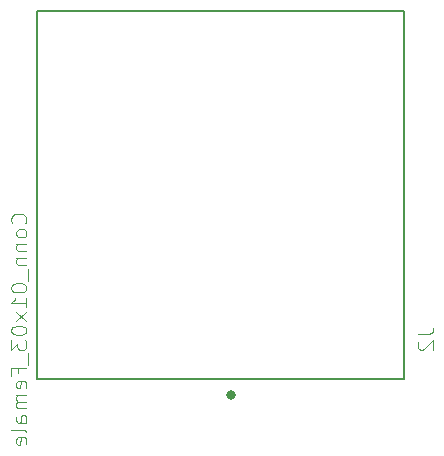
<source format=gbr>
G04 #@! TF.GenerationSoftware,KiCad,Pcbnew,5.0.2-bee76a0~70~ubuntu18.04.1*
G04 #@! TF.CreationDate,2019-04-07T15:27:48-07:00*
G04 #@! TF.ProjectId,smartplug,736d6172-7470-46c7-9567-2e6b69636164,rev?*
G04 #@! TF.SameCoordinates,Original*
G04 #@! TF.FileFunction,Legend,Bot*
G04 #@! TF.FilePolarity,Positive*
%FSLAX46Y46*%
G04 Gerber Fmt 4.6, Leading zero omitted, Abs format (unit mm)*
G04 Created by KiCad (PCBNEW 5.0.2-bee76a0~70~ubuntu18.04.1) date Sun 07 Apr 2019 03:27:48 PM PDT*
%MOMM*%
%LPD*%
G01*
G04 APERTURE LIST*
%ADD10C,0.127000*%
%ADD11C,0.400000*%
%ADD12C,0.050000*%
G04 APERTURE END LIST*
D10*
G04 #@! TO.C,J2*
X252910000Y-108910000D02*
X221790000Y-108910000D01*
X221790000Y-108910000D02*
X221790000Y-77790000D01*
X221790000Y-77790000D02*
X252910000Y-77790000D01*
X252910000Y-77790000D02*
X252910000Y-108910000D01*
D11*
X238430000Y-110250000D02*
G75*
G03X238430000Y-110250000I-200000J0D01*
G01*
D12*
X254027615Y-105115583D02*
X254970508Y-105115583D01*
X255159086Y-105052723D01*
X255284805Y-104927004D01*
X255347665Y-104738426D01*
X255347665Y-104612707D01*
X254153334Y-105681319D02*
X254090475Y-105744178D01*
X254027615Y-105869897D01*
X254027615Y-106184195D01*
X254090475Y-106309914D01*
X254153334Y-106372773D01*
X254279053Y-106435633D01*
X254404772Y-106435633D01*
X254593351Y-106372773D01*
X255347665Y-105618459D01*
X255347665Y-106435633D01*
X220783457Y-95720314D02*
X220846411Y-95657360D01*
X220909365Y-95468497D01*
X220909365Y-95342588D01*
X220846411Y-95153725D01*
X220720502Y-95027817D01*
X220594594Y-94964862D01*
X220342777Y-94901908D01*
X220153914Y-94901908D01*
X219902097Y-94964862D01*
X219776188Y-95027817D01*
X219650280Y-95153725D01*
X219587325Y-95342588D01*
X219587325Y-95468497D01*
X219650280Y-95657360D01*
X219713234Y-95720314D01*
X220909365Y-96475765D02*
X220846411Y-96349857D01*
X220783457Y-96286902D01*
X220657548Y-96223948D01*
X220279822Y-96223948D01*
X220153914Y-96286902D01*
X220090960Y-96349857D01*
X220028005Y-96475765D01*
X220028005Y-96664628D01*
X220090960Y-96790537D01*
X220153914Y-96853491D01*
X220279822Y-96916445D01*
X220657548Y-96916445D01*
X220783457Y-96853491D01*
X220846411Y-96790537D01*
X220909365Y-96664628D01*
X220909365Y-96475765D01*
X220028005Y-97483034D02*
X220909365Y-97483034D01*
X220153914Y-97483034D02*
X220090960Y-97545988D01*
X220028005Y-97671897D01*
X220028005Y-97860760D01*
X220090960Y-97986668D01*
X220216868Y-98049622D01*
X220909365Y-98049622D01*
X220028005Y-98679165D02*
X220909365Y-98679165D01*
X220153914Y-98679165D02*
X220090960Y-98742120D01*
X220028005Y-98868028D01*
X220028005Y-99056891D01*
X220090960Y-99182800D01*
X220216868Y-99245754D01*
X220909365Y-99245754D01*
X221035274Y-99560525D02*
X221035274Y-100567794D01*
X219587325Y-101134382D02*
X219587325Y-101260291D01*
X219650280Y-101386200D01*
X219713234Y-101449154D01*
X219839142Y-101512108D01*
X220090960Y-101575062D01*
X220405731Y-101575062D01*
X220657548Y-101512108D01*
X220783457Y-101449154D01*
X220846411Y-101386200D01*
X220909365Y-101260291D01*
X220909365Y-101134382D01*
X220846411Y-101008474D01*
X220783457Y-100945520D01*
X220657548Y-100882565D01*
X220405731Y-100819611D01*
X220090960Y-100819611D01*
X219839142Y-100882565D01*
X219713234Y-100945520D01*
X219650280Y-101008474D01*
X219587325Y-101134382D01*
X220909365Y-102834148D02*
X220909365Y-102078697D01*
X220909365Y-102456422D02*
X219587325Y-102456422D01*
X219776188Y-102330514D01*
X219902097Y-102204605D01*
X219965051Y-102078697D01*
X220909365Y-103274828D02*
X220028005Y-103967325D01*
X220028005Y-103274828D02*
X220909365Y-103967325D01*
X219587325Y-104722777D02*
X219587325Y-104848685D01*
X219650280Y-104974594D01*
X219713234Y-105037548D01*
X219839142Y-105100502D01*
X220090960Y-105163457D01*
X220405731Y-105163457D01*
X220657548Y-105100502D01*
X220783457Y-105037548D01*
X220846411Y-104974594D01*
X220909365Y-104848685D01*
X220909365Y-104722777D01*
X220846411Y-104596868D01*
X220783457Y-104533914D01*
X220657548Y-104470960D01*
X220405731Y-104408005D01*
X220090960Y-104408005D01*
X219839142Y-104470960D01*
X219713234Y-104533914D01*
X219650280Y-104596868D01*
X219587325Y-104722777D01*
X219587325Y-105604137D02*
X219587325Y-106422542D01*
X220090960Y-105981862D01*
X220090960Y-106170725D01*
X220153914Y-106296634D01*
X220216868Y-106359588D01*
X220342777Y-106422542D01*
X220657548Y-106422542D01*
X220783457Y-106359588D01*
X220846411Y-106296634D01*
X220909365Y-106170725D01*
X220909365Y-105793000D01*
X220846411Y-105667091D01*
X220783457Y-105604137D01*
X221035274Y-106674360D02*
X221035274Y-107681628D01*
X220216868Y-108437080D02*
X220216868Y-107996400D01*
X220909365Y-107996400D02*
X219587325Y-107996400D01*
X219587325Y-108625942D01*
X220846411Y-109633211D02*
X220909365Y-109507302D01*
X220909365Y-109255485D01*
X220846411Y-109129577D01*
X220720502Y-109066622D01*
X220216868Y-109066622D01*
X220090960Y-109129577D01*
X220028005Y-109255485D01*
X220028005Y-109507302D01*
X220090960Y-109633211D01*
X220216868Y-109696165D01*
X220342777Y-109696165D01*
X220468685Y-109066622D01*
X220909365Y-110262754D02*
X220028005Y-110262754D01*
X220153914Y-110262754D02*
X220090960Y-110325708D01*
X220028005Y-110451617D01*
X220028005Y-110640480D01*
X220090960Y-110766388D01*
X220216868Y-110829342D01*
X220909365Y-110829342D01*
X220216868Y-110829342D02*
X220090960Y-110892297D01*
X220028005Y-111018205D01*
X220028005Y-111207068D01*
X220090960Y-111332977D01*
X220216868Y-111395931D01*
X220909365Y-111395931D01*
X220909365Y-112592062D02*
X220216868Y-112592062D01*
X220090960Y-112529108D01*
X220028005Y-112403200D01*
X220028005Y-112151382D01*
X220090960Y-112025474D01*
X220846411Y-112592062D02*
X220909365Y-112466154D01*
X220909365Y-112151382D01*
X220846411Y-112025474D01*
X220720502Y-111962520D01*
X220594594Y-111962520D01*
X220468685Y-112025474D01*
X220405731Y-112151382D01*
X220405731Y-112466154D01*
X220342777Y-112592062D01*
X220909365Y-113410468D02*
X220846411Y-113284560D01*
X220720502Y-113221605D01*
X219587325Y-113221605D01*
X220846411Y-114417737D02*
X220909365Y-114291828D01*
X220909365Y-114040011D01*
X220846411Y-113914102D01*
X220720502Y-113851148D01*
X220216868Y-113851148D01*
X220090960Y-113914102D01*
X220028005Y-114040011D01*
X220028005Y-114291828D01*
X220090960Y-114417737D01*
X220216868Y-114480691D01*
X220342777Y-114480691D01*
X220468685Y-113851148D01*
G04 #@! TD*
M02*

</source>
